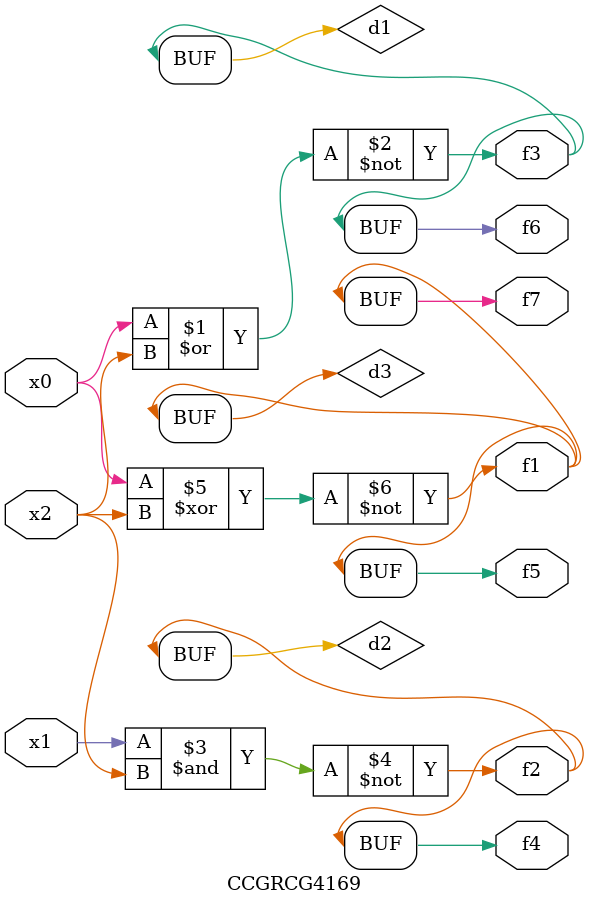
<source format=v>
module CCGRCG4169(
	input x0, x1, x2,
	output f1, f2, f3, f4, f5, f6, f7
);

	wire d1, d2, d3;

	nor (d1, x0, x2);
	nand (d2, x1, x2);
	xnor (d3, x0, x2);
	assign f1 = d3;
	assign f2 = d2;
	assign f3 = d1;
	assign f4 = d2;
	assign f5 = d3;
	assign f6 = d1;
	assign f7 = d3;
endmodule

</source>
